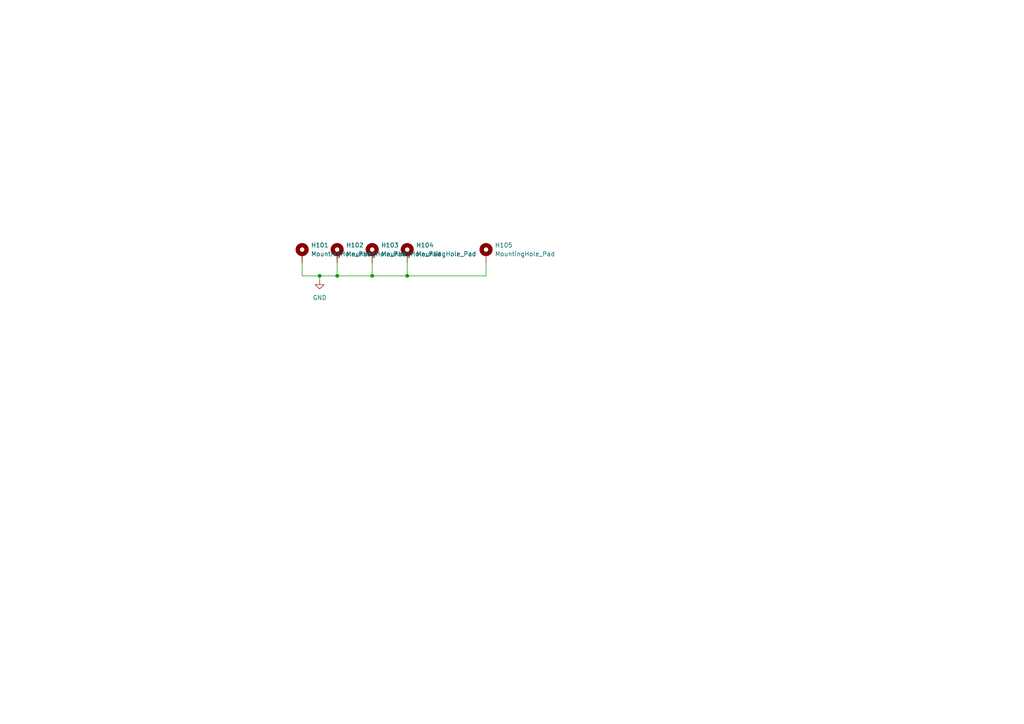
<source format=kicad_sch>
(kicad_sch (version 20230121) (generator eeschema)
  (paper "A4")
  (lib_symbols
    (symbol "Mechanical:MountingHole_Pad" (pin_numbers hide) (pin_names (offset 1.016) hide)
      (property "Reference" "H" (at 0 6.35 0))
      (property "Value" "MountingHole_Pad" (at 0 4.445 0))
      (symbol "MountingHole_Pad_0_1"
        (circle (center 0 1.27) (radius 1.27) (stroke (width 1.27)))
      )
      (symbol "MountingHole_Pad_1_1"
        (pin input line (at 0 -2.54 90) (length 2.54) (name "1") (number "1"))
      )
    )
    (symbol "power:GND" (power) (pin_names (offset 0))
      (property "Value" "GND" (at 0 -3.81 0))
      (symbol "GND_0_1"
        (polyline (pts (xy 0 0) (xy 0 -1.27) (xy 1.27 -1.27) (xy 0 -2.54) (xy -1.27 -1.27) (xy 0 -1.27)))
      )
      (symbol "GND_1_1"
        (pin power_in line (at 0 0 270) (length 0) hide (name "GND") (number "1"))
      )
    )
  )
  (junction (at 92.71 80.01))
  (junction (at 97.79 80.01))
  (junction (at 118.11 80.01))
  (junction (at 107.95 80.01))
  (wire (pts (xy 87.63 80.01) (xy 92.71 80.01)))
  (wire (pts (xy 107.95 76.2) (xy 107.95 80.01)))
  (wire (pts (xy 92.71 80.01) (xy 92.71 81.28)))
  (wire (pts (xy 140.97 76.2) (xy 140.97 80.01)))
  (wire (pts (xy 87.63 76.2) (xy 87.63 80.01)))
  (wire (pts (xy 92.71 80.01) (xy 97.79 80.01)))
  (wire (pts (xy 97.79 80.01) (xy 107.95 80.01)))
  (wire (pts (xy 107.95 80.01) (xy 118.11 80.01)))
  (wire (pts (xy 140.97 80.01) (xy 118.11 80.01)))
  (wire (pts (xy 118.11 80.01) (xy 118.11 76.2)))
  (wire (pts (xy 97.79 76.2) (xy 97.79 80.01)))
  (symbol (lib_id "Mechanical:MountingHole_Pad") (at 140.97 73.66 0) (unit 1)
    (property "Reference" "H105" (at 143.51 71.12 0) (effects (justify left)))
    (property "Value" "MountingHole_Pad" (at 143.51 73.66 0) (effects (justify left)))
    (property "Footprint" "MountingHole:MountingHole_6.4mm_M6_DIN965_Pad_TopBottom" (effects hide))
  )
  (symbol (lib_id "power:GND") (at 92.71 81.28 0) (unit 1)
    (property "Reference" "#PWR0101" (effects hide))
    (property "Value" "GND" (at 92.71 86.36 0))
  )
  (symbol (lib_id "Mechanical:MountingHole_Pad") (at 87.63 73.66 0) (unit 1)
    (property "Reference" "H101" (at 90.17 71.12 0) (effects (justify left)))
    (property "Value" "MountingHole_Pad" (at 90.17 73.66 0) (effects (justify left)))
    (property "Footprint" "MountingHole:MountingHole_3.2mm_M3_DIN965_Pad_TopBottom" (effects hide))
  )
  (symbol (lib_id "Mechanical:MountingHole_Pad") (at 97.79 73.66 0) (unit 1)
    (property "Reference" "H102" (at 100.33 71.12 0) (effects (justify left)))
    (property "Value" "MountingHole_Pad" (at 100.33 73.66 0) (effects (justify left)))
    (property "Footprint" "MountingHole:MountingHole_3.2mm_M3_DIN965_Pad_TopBottom" (effects hide))
  )
  (symbol (lib_id "Mechanical:MountingHole_Pad") (at 118.11 73.66 0) (unit 1)
    (property "Reference" "H104" (at 120.65 71.12 0) (effects (justify left)))
    (property "Value" "MountingHole_Pad" (at 120.65 73.66 0) (effects (justify left)))
    (property "Footprint" "MountingHole:MountingHole_3.2mm_M3_DIN965_Pad_TopBottom" (effects hide))
  )
  (symbol (lib_id "Mechanical:MountingHole_Pad") (at 107.95 73.66 0) (unit 1)
    (property "Reference" "H103" (at 110.49 71.12 0) (effects (justify left)))
    (property "Value" "MountingHole_Pad" (at 110.49 73.66 0) (effects (justify left)))
    (property "Footprint" "MountingHole:MountingHole_3.2mm_M3_DIN965_Pad_TopBottom" (effects hide))
  )
)
</source>
